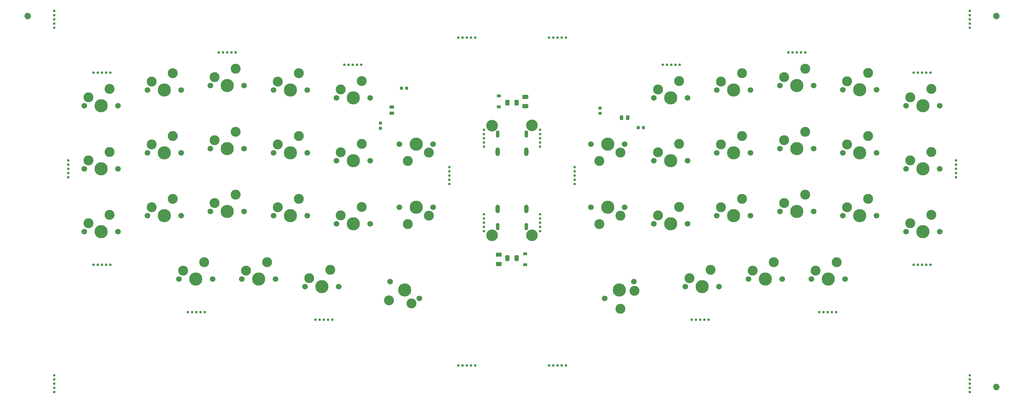
<source format=gts>
G04 #@! TF.GenerationSoftware,KiCad,Pcbnew,(5.1.4)-1*
G04 #@! TF.CreationDate,2021-09-15T18:24:51-07:00*
G04 #@! TF.ProjectId,Panel,50616e65-6c2e-46b6-9963-61645f706362,rev?*
G04 #@! TF.SameCoordinates,Original*
G04 #@! TF.FileFunction,Soldermask,Top*
G04 #@! TF.FilePolarity,Negative*
%FSLAX46Y46*%
G04 Gerber Fmt 4.6, Leading zero omitted, Abs format (unit mm)*
G04 Created by KiCad (PCBNEW (5.1.4)-1) date 2021-09-15 18:24:51*
%MOMM*%
%LPD*%
G04 APERTURE LIST*
%ADD10C,1.000000*%
%ADD11C,0.787400*%
%ADD12O,1.300000X2.600000*%
%ADD13O,1.100000X2.200000*%
%ADD14C,0.100000*%
%ADD15C,1.250000*%
%ADD16C,3.500000*%
%ADD17R,1.200000X0.900000*%
%ADD18C,1.701800*%
%ADD19C,3.987800*%
%ADD20C,3.000000*%
%ADD21C,0.875000*%
%ADD22C,0.975000*%
G04 APERTURE END LIST*
D10*
X4121772Y-45195578D02*
G75*
G03X4121772Y-45195578I-500000J0D01*
G01*
X296121772Y-45195578D02*
G75*
G03X296121772Y-45195578I-500000J0D01*
G01*
X296121772Y-157195578D02*
G75*
G03X296121772Y-157195578I-500000J0D01*
G01*
D11*
X160758265Y-51674229D03*
X162028265Y-51674229D03*
X165838265Y-51674229D03*
X164568265Y-51674229D03*
X163298265Y-51674229D03*
X133410886Y-51676789D03*
X134680886Y-51676789D03*
X138490886Y-51676789D03*
X137220886Y-51676789D03*
X135950886Y-51676789D03*
X138490265Y-150722229D03*
X137220265Y-150722229D03*
X133410265Y-150722229D03*
X134680265Y-150722229D03*
X135950265Y-150722229D03*
X165840265Y-150722229D03*
X164570265Y-150722229D03*
X160760265Y-150722229D03*
X162030265Y-150722229D03*
X163300265Y-150722229D03*
X287621772Y-43655578D03*
X287621772Y-44925578D03*
X287621772Y-48735578D03*
X287621772Y-47465578D03*
X287621772Y-46195578D03*
X287621772Y-153655578D03*
X287621772Y-154925578D03*
X287621772Y-158735578D03*
X287621772Y-157465578D03*
X287621772Y-156195578D03*
X11621772Y-158735578D03*
X11621772Y-157465578D03*
X11621772Y-153655578D03*
X11621772Y-154925578D03*
X11621772Y-156195578D03*
X11621772Y-48735578D03*
X11621772Y-47465578D03*
X11621772Y-43655578D03*
X11621772Y-44925578D03*
X11621772Y-46195578D03*
X158101886Y-110120789D03*
X158101886Y-108850789D03*
X158101886Y-105040789D03*
X158101886Y-106310789D03*
X158101886Y-107580789D03*
X141149886Y-105040789D03*
X141149886Y-106310789D03*
X141149886Y-110120789D03*
X141149886Y-108850789D03*
X141149886Y-107580789D03*
X158096886Y-84600789D03*
X158096886Y-83330789D03*
X158096886Y-79520789D03*
X158096886Y-80790789D03*
X158096886Y-82060789D03*
X141144886Y-79520789D03*
X141144886Y-80790789D03*
X141144886Y-84600789D03*
X141144886Y-83330789D03*
X141144886Y-82060789D03*
X168485772Y-90849578D03*
X168485772Y-92119578D03*
X168485772Y-95929578D03*
X168485772Y-94659578D03*
X168485772Y-93389578D03*
X130760265Y-95932229D03*
X130760265Y-94662229D03*
X130760265Y-90852229D03*
X130760265Y-92122229D03*
X130760265Y-93392229D03*
X283437773Y-93835577D03*
X283437773Y-92565577D03*
X283437773Y-88755577D03*
X283437773Y-90025577D03*
X283437773Y-91295577D03*
X15808265Y-88758229D03*
X15808265Y-90028229D03*
X15808265Y-93838229D03*
X15808265Y-92568229D03*
X15808265Y-91298229D03*
X200201772Y-59917578D03*
X198931772Y-59917578D03*
X195121772Y-59917578D03*
X196391772Y-59917578D03*
X197661772Y-59917578D03*
X238001772Y-56216577D03*
X236731772Y-56216577D03*
X232921772Y-56216577D03*
X234191772Y-56216577D03*
X235461772Y-56216577D03*
X275801773Y-62319577D03*
X274531773Y-62319577D03*
X270721773Y-62319577D03*
X271991773Y-62319577D03*
X273261773Y-62319577D03*
X203821772Y-136869577D03*
X205091772Y-136869577D03*
X208901772Y-136869577D03*
X207631772Y-136869577D03*
X206361772Y-136869577D03*
X242221772Y-134619577D03*
X243491772Y-134619577D03*
X247301772Y-134619577D03*
X246031772Y-134619577D03*
X244761772Y-134619577D03*
X270721772Y-120271578D03*
X271991772Y-120271578D03*
X275801772Y-120271578D03*
X274531772Y-120271578D03*
X273261772Y-120271578D03*
X90344266Y-136872228D03*
X91614266Y-136872228D03*
X95424266Y-136872228D03*
X94154266Y-136872228D03*
X92884266Y-136872228D03*
X51944265Y-134622229D03*
X53214265Y-134622229D03*
X57024265Y-134622229D03*
X55754265Y-134622229D03*
X54484265Y-134622229D03*
X23444265Y-120274229D03*
X24714265Y-120274229D03*
X28524265Y-120274229D03*
X27254265Y-120274229D03*
X25984265Y-120274229D03*
X104124265Y-59920229D03*
X102854265Y-59920229D03*
X99044265Y-59920229D03*
X100314265Y-59920229D03*
X101584265Y-59920229D03*
X66324265Y-56219230D03*
X65054265Y-56219230D03*
X61244265Y-56219230D03*
X62514265Y-56219230D03*
X63784265Y-56219230D03*
X28524265Y-62322229D03*
X27254265Y-62322229D03*
X23444265Y-62322229D03*
X24714265Y-62322229D03*
X25984265Y-62322229D03*
D12*
X153945886Y-103445789D03*
X145305886Y-103445789D03*
D13*
X153945886Y-108805789D03*
X145305886Y-108805789D03*
D14*
G36*
X148625390Y-117421993D02*
G01*
X148649659Y-117425593D01*
X148673457Y-117431554D01*
X148696557Y-117439819D01*
X148718735Y-117450309D01*
X148739779Y-117462922D01*
X148759484Y-117477536D01*
X148777663Y-117494012D01*
X148794139Y-117512191D01*
X148808753Y-117531896D01*
X148821366Y-117552940D01*
X148831856Y-117575118D01*
X148840121Y-117598218D01*
X148846082Y-117622016D01*
X148849682Y-117646285D01*
X148850886Y-117670789D01*
X148850886Y-118920789D01*
X148849682Y-118945293D01*
X148846082Y-118969562D01*
X148840121Y-118993360D01*
X148831856Y-119016460D01*
X148821366Y-119038638D01*
X148808753Y-119059682D01*
X148794139Y-119079387D01*
X148777663Y-119097566D01*
X148759484Y-119114042D01*
X148739779Y-119128656D01*
X148718735Y-119141269D01*
X148696557Y-119151759D01*
X148673457Y-119160024D01*
X148649659Y-119165985D01*
X148625390Y-119169585D01*
X148600886Y-119170789D01*
X147850886Y-119170789D01*
X147826382Y-119169585D01*
X147802113Y-119165985D01*
X147778315Y-119160024D01*
X147755215Y-119151759D01*
X147733037Y-119141269D01*
X147711993Y-119128656D01*
X147692288Y-119114042D01*
X147674109Y-119097566D01*
X147657633Y-119079387D01*
X147643019Y-119059682D01*
X147630406Y-119038638D01*
X147619916Y-119016460D01*
X147611651Y-118993360D01*
X147605690Y-118969562D01*
X147602090Y-118945293D01*
X147600886Y-118920789D01*
X147600886Y-117670789D01*
X147602090Y-117646285D01*
X147605690Y-117622016D01*
X147611651Y-117598218D01*
X147619916Y-117575118D01*
X147630406Y-117552940D01*
X147643019Y-117531896D01*
X147657633Y-117512191D01*
X147674109Y-117494012D01*
X147692288Y-117477536D01*
X147711993Y-117462922D01*
X147733037Y-117450309D01*
X147755215Y-117439819D01*
X147778315Y-117431554D01*
X147802113Y-117425593D01*
X147826382Y-117421993D01*
X147850886Y-117420789D01*
X148600886Y-117420789D01*
X148625390Y-117421993D01*
X148625390Y-117421993D01*
G37*
D15*
X148225886Y-118295789D03*
D14*
G36*
X151425390Y-117421993D02*
G01*
X151449659Y-117425593D01*
X151473457Y-117431554D01*
X151496557Y-117439819D01*
X151518735Y-117450309D01*
X151539779Y-117462922D01*
X151559484Y-117477536D01*
X151577663Y-117494012D01*
X151594139Y-117512191D01*
X151608753Y-117531896D01*
X151621366Y-117552940D01*
X151631856Y-117575118D01*
X151640121Y-117598218D01*
X151646082Y-117622016D01*
X151649682Y-117646285D01*
X151650886Y-117670789D01*
X151650886Y-118920789D01*
X151649682Y-118945293D01*
X151646082Y-118969562D01*
X151640121Y-118993360D01*
X151631856Y-119016460D01*
X151621366Y-119038638D01*
X151608753Y-119059682D01*
X151594139Y-119079387D01*
X151577663Y-119097566D01*
X151559484Y-119114042D01*
X151539779Y-119128656D01*
X151518735Y-119141269D01*
X151496557Y-119151759D01*
X151473457Y-119160024D01*
X151449659Y-119165985D01*
X151425390Y-119169585D01*
X151400886Y-119170789D01*
X150650886Y-119170789D01*
X150626382Y-119169585D01*
X150602113Y-119165985D01*
X150578315Y-119160024D01*
X150555215Y-119151759D01*
X150533037Y-119141269D01*
X150511993Y-119128656D01*
X150492288Y-119114042D01*
X150474109Y-119097566D01*
X150457633Y-119079387D01*
X150443019Y-119059682D01*
X150430406Y-119038638D01*
X150419916Y-119016460D01*
X150411651Y-118993360D01*
X150405690Y-118969562D01*
X150402090Y-118945293D01*
X150400886Y-118920789D01*
X150400886Y-117670789D01*
X150402090Y-117646285D01*
X150405690Y-117622016D01*
X150411651Y-117598218D01*
X150419916Y-117575118D01*
X150430406Y-117552940D01*
X150443019Y-117531896D01*
X150457633Y-117512191D01*
X150474109Y-117494012D01*
X150492288Y-117477536D01*
X150511993Y-117462922D01*
X150533037Y-117450309D01*
X150555215Y-117439819D01*
X150578315Y-117431554D01*
X150602113Y-117425593D01*
X150626382Y-117421993D01*
X150650886Y-117420789D01*
X151400886Y-117420789D01*
X151425390Y-117421993D01*
X151425390Y-117421993D01*
G37*
D15*
X151025886Y-118295789D03*
D14*
G36*
X146275390Y-116621993D02*
G01*
X146299659Y-116625593D01*
X146323457Y-116631554D01*
X146346557Y-116639819D01*
X146368735Y-116650309D01*
X146389779Y-116662922D01*
X146409484Y-116677536D01*
X146427663Y-116694012D01*
X146444139Y-116712191D01*
X146458753Y-116731896D01*
X146471366Y-116752940D01*
X146481856Y-116775118D01*
X146490121Y-116798218D01*
X146496082Y-116822016D01*
X146499682Y-116846285D01*
X146500886Y-116870789D01*
X146500886Y-117620789D01*
X146499682Y-117645293D01*
X146496082Y-117669562D01*
X146490121Y-117693360D01*
X146481856Y-117716460D01*
X146471366Y-117738638D01*
X146458753Y-117759682D01*
X146444139Y-117779387D01*
X146427663Y-117797566D01*
X146409484Y-117814042D01*
X146389779Y-117828656D01*
X146368735Y-117841269D01*
X146346557Y-117851759D01*
X146323457Y-117860024D01*
X146299659Y-117865985D01*
X146275390Y-117869585D01*
X146250886Y-117870789D01*
X145000886Y-117870789D01*
X144976382Y-117869585D01*
X144952113Y-117865985D01*
X144928315Y-117860024D01*
X144905215Y-117851759D01*
X144883037Y-117841269D01*
X144861993Y-117828656D01*
X144842288Y-117814042D01*
X144824109Y-117797566D01*
X144807633Y-117779387D01*
X144793019Y-117759682D01*
X144780406Y-117738638D01*
X144769916Y-117716460D01*
X144761651Y-117693360D01*
X144755690Y-117669562D01*
X144752090Y-117645293D01*
X144750886Y-117620789D01*
X144750886Y-116870789D01*
X144752090Y-116846285D01*
X144755690Y-116822016D01*
X144761651Y-116798218D01*
X144769916Y-116775118D01*
X144780406Y-116752940D01*
X144793019Y-116731896D01*
X144807633Y-116712191D01*
X144824109Y-116694012D01*
X144842288Y-116677536D01*
X144861993Y-116662922D01*
X144883037Y-116650309D01*
X144905215Y-116639819D01*
X144928315Y-116631554D01*
X144952113Y-116625593D01*
X144976382Y-116621993D01*
X145000886Y-116620789D01*
X146250886Y-116620789D01*
X146275390Y-116621993D01*
X146275390Y-116621993D01*
G37*
D15*
X145625886Y-117245789D03*
D14*
G36*
X146275390Y-119421993D02*
G01*
X146299659Y-119425593D01*
X146323457Y-119431554D01*
X146346557Y-119439819D01*
X146368735Y-119450309D01*
X146389779Y-119462922D01*
X146409484Y-119477536D01*
X146427663Y-119494012D01*
X146444139Y-119512191D01*
X146458753Y-119531896D01*
X146471366Y-119552940D01*
X146481856Y-119575118D01*
X146490121Y-119598218D01*
X146496082Y-119622016D01*
X146499682Y-119646285D01*
X146500886Y-119670789D01*
X146500886Y-120420789D01*
X146499682Y-120445293D01*
X146496082Y-120469562D01*
X146490121Y-120493360D01*
X146481856Y-120516460D01*
X146471366Y-120538638D01*
X146458753Y-120559682D01*
X146444139Y-120579387D01*
X146427663Y-120597566D01*
X146409484Y-120614042D01*
X146389779Y-120628656D01*
X146368735Y-120641269D01*
X146346557Y-120651759D01*
X146323457Y-120660024D01*
X146299659Y-120665985D01*
X146275390Y-120669585D01*
X146250886Y-120670789D01*
X145000886Y-120670789D01*
X144976382Y-120669585D01*
X144952113Y-120665985D01*
X144928315Y-120660024D01*
X144905215Y-120651759D01*
X144883037Y-120641269D01*
X144861993Y-120628656D01*
X144842288Y-120614042D01*
X144824109Y-120597566D01*
X144807633Y-120579387D01*
X144793019Y-120559682D01*
X144780406Y-120538638D01*
X144769916Y-120516460D01*
X144761651Y-120493360D01*
X144755690Y-120469562D01*
X144752090Y-120445293D01*
X144750886Y-120420789D01*
X144750886Y-119670789D01*
X144752090Y-119646285D01*
X144755690Y-119622016D01*
X144761651Y-119598218D01*
X144769916Y-119575118D01*
X144780406Y-119552940D01*
X144793019Y-119531896D01*
X144807633Y-119512191D01*
X144824109Y-119494012D01*
X144842288Y-119477536D01*
X144861993Y-119462922D01*
X144883037Y-119450309D01*
X144905215Y-119439819D01*
X144928315Y-119431554D01*
X144952113Y-119425593D01*
X144976382Y-119421993D01*
X145000886Y-119420789D01*
X146250886Y-119420789D01*
X146275390Y-119421993D01*
X146275390Y-119421993D01*
G37*
D15*
X145625886Y-120045789D03*
D16*
X143625886Y-111395789D03*
X155625886Y-111380789D03*
D17*
X153625886Y-116995789D03*
X153625886Y-120295789D03*
D14*
G36*
X154270390Y-71771993D02*
G01*
X154294659Y-71775593D01*
X154318457Y-71781554D01*
X154341557Y-71789819D01*
X154363735Y-71800309D01*
X154384779Y-71812922D01*
X154404484Y-71827536D01*
X154422663Y-71844012D01*
X154439139Y-71862191D01*
X154453753Y-71881896D01*
X154466366Y-71902940D01*
X154476856Y-71925118D01*
X154485121Y-71948218D01*
X154491082Y-71972016D01*
X154494682Y-71996285D01*
X154495886Y-72020789D01*
X154495886Y-72770789D01*
X154494682Y-72795293D01*
X154491082Y-72819562D01*
X154485121Y-72843360D01*
X154476856Y-72866460D01*
X154466366Y-72888638D01*
X154453753Y-72909682D01*
X154439139Y-72929387D01*
X154422663Y-72947566D01*
X154404484Y-72964042D01*
X154384779Y-72978656D01*
X154363735Y-72991269D01*
X154341557Y-73001759D01*
X154318457Y-73010024D01*
X154294659Y-73015985D01*
X154270390Y-73019585D01*
X154245886Y-73020789D01*
X152995886Y-73020789D01*
X152971382Y-73019585D01*
X152947113Y-73015985D01*
X152923315Y-73010024D01*
X152900215Y-73001759D01*
X152878037Y-72991269D01*
X152856993Y-72978656D01*
X152837288Y-72964042D01*
X152819109Y-72947566D01*
X152802633Y-72929387D01*
X152788019Y-72909682D01*
X152775406Y-72888638D01*
X152764916Y-72866460D01*
X152756651Y-72843360D01*
X152750690Y-72819562D01*
X152747090Y-72795293D01*
X152745886Y-72770789D01*
X152745886Y-72020789D01*
X152747090Y-71996285D01*
X152750690Y-71972016D01*
X152756651Y-71948218D01*
X152764916Y-71925118D01*
X152775406Y-71902940D01*
X152788019Y-71881896D01*
X152802633Y-71862191D01*
X152819109Y-71844012D01*
X152837288Y-71827536D01*
X152856993Y-71812922D01*
X152878037Y-71800309D01*
X152900215Y-71789819D01*
X152923315Y-71781554D01*
X152947113Y-71775593D01*
X152971382Y-71771993D01*
X152995886Y-71770789D01*
X154245886Y-71770789D01*
X154270390Y-71771993D01*
X154270390Y-71771993D01*
G37*
D15*
X153620886Y-72395789D03*
D14*
G36*
X154270390Y-68971993D02*
G01*
X154294659Y-68975593D01*
X154318457Y-68981554D01*
X154341557Y-68989819D01*
X154363735Y-69000309D01*
X154384779Y-69012922D01*
X154404484Y-69027536D01*
X154422663Y-69044012D01*
X154439139Y-69062191D01*
X154453753Y-69081896D01*
X154466366Y-69102940D01*
X154476856Y-69125118D01*
X154485121Y-69148218D01*
X154491082Y-69172016D01*
X154494682Y-69196285D01*
X154495886Y-69220789D01*
X154495886Y-69970789D01*
X154494682Y-69995293D01*
X154491082Y-70019562D01*
X154485121Y-70043360D01*
X154476856Y-70066460D01*
X154466366Y-70088638D01*
X154453753Y-70109682D01*
X154439139Y-70129387D01*
X154422663Y-70147566D01*
X154404484Y-70164042D01*
X154384779Y-70178656D01*
X154363735Y-70191269D01*
X154341557Y-70201759D01*
X154318457Y-70210024D01*
X154294659Y-70215985D01*
X154270390Y-70219585D01*
X154245886Y-70220789D01*
X152995886Y-70220789D01*
X152971382Y-70219585D01*
X152947113Y-70215985D01*
X152923315Y-70210024D01*
X152900215Y-70201759D01*
X152878037Y-70191269D01*
X152856993Y-70178656D01*
X152837288Y-70164042D01*
X152819109Y-70147566D01*
X152802633Y-70129387D01*
X152788019Y-70109682D01*
X152775406Y-70088638D01*
X152764916Y-70066460D01*
X152756651Y-70043360D01*
X152750690Y-70019562D01*
X152747090Y-69995293D01*
X152745886Y-69970789D01*
X152745886Y-69220789D01*
X152747090Y-69196285D01*
X152750690Y-69172016D01*
X152756651Y-69148218D01*
X152764916Y-69125118D01*
X152775406Y-69102940D01*
X152788019Y-69081896D01*
X152802633Y-69062191D01*
X152819109Y-69044012D01*
X152837288Y-69027536D01*
X152856993Y-69012922D01*
X152878037Y-69000309D01*
X152900215Y-68989819D01*
X152923315Y-68981554D01*
X152947113Y-68975593D01*
X152971382Y-68971993D01*
X152995886Y-68970789D01*
X154245886Y-68970789D01*
X154270390Y-68971993D01*
X154270390Y-68971993D01*
G37*
D15*
X153620886Y-69595789D03*
D12*
X145300886Y-86195789D03*
X153940886Y-86195789D03*
D13*
X145300886Y-80835789D03*
X153940886Y-80835789D03*
D14*
G36*
X151420390Y-70471993D02*
G01*
X151444659Y-70475593D01*
X151468457Y-70481554D01*
X151491557Y-70489819D01*
X151513735Y-70500309D01*
X151534779Y-70512922D01*
X151554484Y-70527536D01*
X151572663Y-70544012D01*
X151589139Y-70562191D01*
X151603753Y-70581896D01*
X151616366Y-70602940D01*
X151626856Y-70625118D01*
X151635121Y-70648218D01*
X151641082Y-70672016D01*
X151644682Y-70696285D01*
X151645886Y-70720789D01*
X151645886Y-71970789D01*
X151644682Y-71995293D01*
X151641082Y-72019562D01*
X151635121Y-72043360D01*
X151626856Y-72066460D01*
X151616366Y-72088638D01*
X151603753Y-72109682D01*
X151589139Y-72129387D01*
X151572663Y-72147566D01*
X151554484Y-72164042D01*
X151534779Y-72178656D01*
X151513735Y-72191269D01*
X151491557Y-72201759D01*
X151468457Y-72210024D01*
X151444659Y-72215985D01*
X151420390Y-72219585D01*
X151395886Y-72220789D01*
X150645886Y-72220789D01*
X150621382Y-72219585D01*
X150597113Y-72215985D01*
X150573315Y-72210024D01*
X150550215Y-72201759D01*
X150528037Y-72191269D01*
X150506993Y-72178656D01*
X150487288Y-72164042D01*
X150469109Y-72147566D01*
X150452633Y-72129387D01*
X150438019Y-72109682D01*
X150425406Y-72088638D01*
X150414916Y-72066460D01*
X150406651Y-72043360D01*
X150400690Y-72019562D01*
X150397090Y-71995293D01*
X150395886Y-71970789D01*
X150395886Y-70720789D01*
X150397090Y-70696285D01*
X150400690Y-70672016D01*
X150406651Y-70648218D01*
X150414916Y-70625118D01*
X150425406Y-70602940D01*
X150438019Y-70581896D01*
X150452633Y-70562191D01*
X150469109Y-70544012D01*
X150487288Y-70527536D01*
X150506993Y-70512922D01*
X150528037Y-70500309D01*
X150550215Y-70489819D01*
X150573315Y-70481554D01*
X150597113Y-70475593D01*
X150621382Y-70471993D01*
X150645886Y-70470789D01*
X151395886Y-70470789D01*
X151420390Y-70471993D01*
X151420390Y-70471993D01*
G37*
D15*
X151020886Y-71345789D03*
D14*
G36*
X148620390Y-70471993D02*
G01*
X148644659Y-70475593D01*
X148668457Y-70481554D01*
X148691557Y-70489819D01*
X148713735Y-70500309D01*
X148734779Y-70512922D01*
X148754484Y-70527536D01*
X148772663Y-70544012D01*
X148789139Y-70562191D01*
X148803753Y-70581896D01*
X148816366Y-70602940D01*
X148826856Y-70625118D01*
X148835121Y-70648218D01*
X148841082Y-70672016D01*
X148844682Y-70696285D01*
X148845886Y-70720789D01*
X148845886Y-71970789D01*
X148844682Y-71995293D01*
X148841082Y-72019562D01*
X148835121Y-72043360D01*
X148826856Y-72066460D01*
X148816366Y-72088638D01*
X148803753Y-72109682D01*
X148789139Y-72129387D01*
X148772663Y-72147566D01*
X148754484Y-72164042D01*
X148734779Y-72178656D01*
X148713735Y-72191269D01*
X148691557Y-72201759D01*
X148668457Y-72210024D01*
X148644659Y-72215985D01*
X148620390Y-72219585D01*
X148595886Y-72220789D01*
X147845886Y-72220789D01*
X147821382Y-72219585D01*
X147797113Y-72215985D01*
X147773315Y-72210024D01*
X147750215Y-72201759D01*
X147728037Y-72191269D01*
X147706993Y-72178656D01*
X147687288Y-72164042D01*
X147669109Y-72147566D01*
X147652633Y-72129387D01*
X147638019Y-72109682D01*
X147625406Y-72088638D01*
X147614916Y-72066460D01*
X147606651Y-72043360D01*
X147600690Y-72019562D01*
X147597090Y-71995293D01*
X147595886Y-71970789D01*
X147595886Y-70720789D01*
X147597090Y-70696285D01*
X147600690Y-70672016D01*
X147606651Y-70648218D01*
X147614916Y-70625118D01*
X147625406Y-70602940D01*
X147638019Y-70581896D01*
X147652633Y-70562191D01*
X147669109Y-70544012D01*
X147687288Y-70527536D01*
X147706993Y-70512922D01*
X147728037Y-70500309D01*
X147750215Y-70489819D01*
X147773315Y-70481554D01*
X147797113Y-70475593D01*
X147821382Y-70471993D01*
X147845886Y-70470789D01*
X148595886Y-70470789D01*
X148620390Y-70471993D01*
X148620390Y-70471993D01*
G37*
D15*
X148220886Y-71345789D03*
D17*
X145620886Y-72645789D03*
X145620886Y-69345789D03*
D16*
X143620886Y-78260789D03*
X155620886Y-78245789D03*
D18*
X20704265Y-91298229D03*
X30864265Y-91298229D03*
D19*
X25784265Y-91298229D03*
D20*
X21974265Y-88758229D03*
X28324265Y-86218229D03*
D14*
G36*
X110261956Y-78647282D02*
G01*
X110283191Y-78650432D01*
X110304015Y-78655648D01*
X110324227Y-78662880D01*
X110343633Y-78672059D01*
X110362046Y-78683095D01*
X110379289Y-78695883D01*
X110395195Y-78710299D01*
X110409611Y-78726205D01*
X110422399Y-78743448D01*
X110433435Y-78761861D01*
X110442614Y-78781267D01*
X110449846Y-78801479D01*
X110455062Y-78822303D01*
X110458212Y-78843538D01*
X110459265Y-78864979D01*
X110459265Y-79302479D01*
X110458212Y-79323920D01*
X110455062Y-79345155D01*
X110449846Y-79365979D01*
X110442614Y-79386191D01*
X110433435Y-79405597D01*
X110422399Y-79424010D01*
X110409611Y-79441253D01*
X110395195Y-79457159D01*
X110379289Y-79471575D01*
X110362046Y-79484363D01*
X110343633Y-79495399D01*
X110324227Y-79504578D01*
X110304015Y-79511810D01*
X110283191Y-79517026D01*
X110261956Y-79520176D01*
X110240515Y-79521229D01*
X109728015Y-79521229D01*
X109706574Y-79520176D01*
X109685339Y-79517026D01*
X109664515Y-79511810D01*
X109644303Y-79504578D01*
X109624897Y-79495399D01*
X109606484Y-79484363D01*
X109589241Y-79471575D01*
X109573335Y-79457159D01*
X109558919Y-79441253D01*
X109546131Y-79424010D01*
X109535095Y-79405597D01*
X109525916Y-79386191D01*
X109518684Y-79365979D01*
X109513468Y-79345155D01*
X109510318Y-79323920D01*
X109509265Y-79302479D01*
X109509265Y-78864979D01*
X109510318Y-78843538D01*
X109513468Y-78822303D01*
X109518684Y-78801479D01*
X109525916Y-78781267D01*
X109535095Y-78761861D01*
X109546131Y-78743448D01*
X109558919Y-78726205D01*
X109573335Y-78710299D01*
X109589241Y-78695883D01*
X109606484Y-78683095D01*
X109624897Y-78672059D01*
X109644303Y-78662880D01*
X109664515Y-78655648D01*
X109685339Y-78650432D01*
X109706574Y-78647282D01*
X109728015Y-78646229D01*
X110240515Y-78646229D01*
X110261956Y-78647282D01*
X110261956Y-78647282D01*
G37*
D21*
X109984265Y-79083729D03*
D14*
G36*
X110261956Y-77072282D02*
G01*
X110283191Y-77075432D01*
X110304015Y-77080648D01*
X110324227Y-77087880D01*
X110343633Y-77097059D01*
X110362046Y-77108095D01*
X110379289Y-77120883D01*
X110395195Y-77135299D01*
X110409611Y-77151205D01*
X110422399Y-77168448D01*
X110433435Y-77186861D01*
X110442614Y-77206267D01*
X110449846Y-77226479D01*
X110455062Y-77247303D01*
X110458212Y-77268538D01*
X110459265Y-77289979D01*
X110459265Y-77727479D01*
X110458212Y-77748920D01*
X110455062Y-77770155D01*
X110449846Y-77790979D01*
X110442614Y-77811191D01*
X110433435Y-77830597D01*
X110422399Y-77849010D01*
X110409611Y-77866253D01*
X110395195Y-77882159D01*
X110379289Y-77896575D01*
X110362046Y-77909363D01*
X110343633Y-77920399D01*
X110324227Y-77929578D01*
X110304015Y-77936810D01*
X110283191Y-77942026D01*
X110261956Y-77945176D01*
X110240515Y-77946229D01*
X109728015Y-77946229D01*
X109706574Y-77945176D01*
X109685339Y-77942026D01*
X109664515Y-77936810D01*
X109644303Y-77929578D01*
X109624897Y-77920399D01*
X109606484Y-77909363D01*
X109589241Y-77896575D01*
X109573335Y-77882159D01*
X109558919Y-77866253D01*
X109546131Y-77849010D01*
X109535095Y-77830597D01*
X109525916Y-77811191D01*
X109518684Y-77790979D01*
X109513468Y-77770155D01*
X109510318Y-77748920D01*
X109509265Y-77727479D01*
X109509265Y-77289979D01*
X109510318Y-77268538D01*
X109513468Y-77247303D01*
X109518684Y-77226479D01*
X109525916Y-77206267D01*
X109535095Y-77186861D01*
X109546131Y-77168448D01*
X109558919Y-77151205D01*
X109573335Y-77135299D01*
X109589241Y-77120883D01*
X109606484Y-77108095D01*
X109624897Y-77097059D01*
X109644303Y-77087880D01*
X109664515Y-77080648D01*
X109685339Y-77075432D01*
X109706574Y-77072282D01*
X109728015Y-77071229D01*
X110240515Y-77071229D01*
X110261956Y-77072282D01*
X110261956Y-77072282D01*
G37*
D21*
X109984265Y-77508729D03*
D18*
X96704265Y-107896229D03*
X106864265Y-107896229D03*
D19*
X101784265Y-107896229D03*
D20*
X97974265Y-105356229D03*
X104324265Y-102816229D03*
D18*
X49204265Y-124646229D03*
X59364265Y-124646229D03*
D19*
X54284265Y-124646229D03*
D20*
X50474265Y-122106229D03*
X56824265Y-119566229D03*
D18*
X68204265Y-124646229D03*
X78364265Y-124646229D03*
D19*
X73284265Y-124646229D03*
D20*
X69474265Y-122106229D03*
X75824265Y-119566229D03*
D18*
X87204264Y-126896229D03*
X97364264Y-126896229D03*
D19*
X92284264Y-126896229D03*
D20*
X88474264Y-124356229D03*
X94824264Y-121816229D03*
D18*
X58704265Y-104195229D03*
X68864265Y-104195229D03*
D19*
X63784265Y-104195229D03*
D20*
X59974265Y-101655229D03*
X66324265Y-99115229D03*
D18*
X121682672Y-130416229D03*
X112883854Y-125336229D03*
D19*
X117283263Y-127876229D03*
D20*
X119312820Y-131980934D03*
X112543558Y-131005638D03*
D14*
G36*
X116536956Y-66522282D02*
G01*
X116558191Y-66525432D01*
X116579015Y-66530648D01*
X116599227Y-66537880D01*
X116618633Y-66547059D01*
X116637046Y-66558095D01*
X116654289Y-66570883D01*
X116670195Y-66585299D01*
X116684611Y-66601205D01*
X116697399Y-66618448D01*
X116708435Y-66636861D01*
X116717614Y-66656267D01*
X116724846Y-66676479D01*
X116730062Y-66697303D01*
X116733212Y-66718538D01*
X116734265Y-66739979D01*
X116734265Y-67252479D01*
X116733212Y-67273920D01*
X116730062Y-67295155D01*
X116724846Y-67315979D01*
X116717614Y-67336191D01*
X116708435Y-67355597D01*
X116697399Y-67374010D01*
X116684611Y-67391253D01*
X116670195Y-67407159D01*
X116654289Y-67421575D01*
X116637046Y-67434363D01*
X116618633Y-67445399D01*
X116599227Y-67454578D01*
X116579015Y-67461810D01*
X116558191Y-67467026D01*
X116536956Y-67470176D01*
X116515515Y-67471229D01*
X116078015Y-67471229D01*
X116056574Y-67470176D01*
X116035339Y-67467026D01*
X116014515Y-67461810D01*
X115994303Y-67454578D01*
X115974897Y-67445399D01*
X115956484Y-67434363D01*
X115939241Y-67421575D01*
X115923335Y-67407159D01*
X115908919Y-67391253D01*
X115896131Y-67374010D01*
X115885095Y-67355597D01*
X115875916Y-67336191D01*
X115868684Y-67315979D01*
X115863468Y-67295155D01*
X115860318Y-67273920D01*
X115859265Y-67252479D01*
X115859265Y-66739979D01*
X115860318Y-66718538D01*
X115863468Y-66697303D01*
X115868684Y-66676479D01*
X115875916Y-66656267D01*
X115885095Y-66636861D01*
X115896131Y-66618448D01*
X115908919Y-66601205D01*
X115923335Y-66585299D01*
X115939241Y-66570883D01*
X115956484Y-66558095D01*
X115974897Y-66547059D01*
X115994303Y-66537880D01*
X116014515Y-66530648D01*
X116035339Y-66525432D01*
X116056574Y-66522282D01*
X116078015Y-66521229D01*
X116515515Y-66521229D01*
X116536956Y-66522282D01*
X116536956Y-66522282D01*
G37*
D21*
X116296765Y-66996229D03*
D14*
G36*
X118111956Y-66522282D02*
G01*
X118133191Y-66525432D01*
X118154015Y-66530648D01*
X118174227Y-66537880D01*
X118193633Y-66547059D01*
X118212046Y-66558095D01*
X118229289Y-66570883D01*
X118245195Y-66585299D01*
X118259611Y-66601205D01*
X118272399Y-66618448D01*
X118283435Y-66636861D01*
X118292614Y-66656267D01*
X118299846Y-66676479D01*
X118305062Y-66697303D01*
X118308212Y-66718538D01*
X118309265Y-66739979D01*
X118309265Y-67252479D01*
X118308212Y-67273920D01*
X118305062Y-67295155D01*
X118299846Y-67315979D01*
X118292614Y-67336191D01*
X118283435Y-67355597D01*
X118272399Y-67374010D01*
X118259611Y-67391253D01*
X118245195Y-67407159D01*
X118229289Y-67421575D01*
X118212046Y-67434363D01*
X118193633Y-67445399D01*
X118174227Y-67454578D01*
X118154015Y-67461810D01*
X118133191Y-67467026D01*
X118111956Y-67470176D01*
X118090515Y-67471229D01*
X117653015Y-67471229D01*
X117631574Y-67470176D01*
X117610339Y-67467026D01*
X117589515Y-67461810D01*
X117569303Y-67454578D01*
X117549897Y-67445399D01*
X117531484Y-67434363D01*
X117514241Y-67421575D01*
X117498335Y-67407159D01*
X117483919Y-67391253D01*
X117471131Y-67374010D01*
X117460095Y-67355597D01*
X117450916Y-67336191D01*
X117443684Y-67315979D01*
X117438468Y-67295155D01*
X117435318Y-67273920D01*
X117434265Y-67252479D01*
X117434265Y-66739979D01*
X117435318Y-66718538D01*
X117438468Y-66697303D01*
X117443684Y-66676479D01*
X117450916Y-66656267D01*
X117460095Y-66636861D01*
X117471131Y-66618448D01*
X117483919Y-66601205D01*
X117498335Y-66585299D01*
X117514241Y-66570883D01*
X117531484Y-66558095D01*
X117549897Y-66547059D01*
X117569303Y-66537880D01*
X117589515Y-66530648D01*
X117610339Y-66525432D01*
X117631574Y-66522282D01*
X117653015Y-66521229D01*
X118090515Y-66521229D01*
X118111956Y-66522282D01*
X118111956Y-66522282D01*
G37*
D21*
X117871765Y-66996229D03*
D18*
X58704265Y-85195229D03*
X68864265Y-85195229D03*
D19*
X63784265Y-85195229D03*
D20*
X59974265Y-82655229D03*
X66324265Y-80115229D03*
D18*
X125864265Y-102896229D03*
X115704265Y-102896229D03*
D19*
X120784265Y-102896229D03*
D20*
X124594265Y-105436229D03*
X118244265Y-107976229D03*
D18*
X20704265Y-72298229D03*
X30864265Y-72298229D03*
D19*
X25784265Y-72298229D03*
D20*
X21974265Y-69758229D03*
X28324265Y-67218229D03*
D18*
X39704265Y-67498230D03*
X49864265Y-67498230D03*
D19*
X44784265Y-67498230D03*
D20*
X40974265Y-64958230D03*
X47324265Y-62418230D03*
D18*
X77704265Y-86499229D03*
X87864265Y-86499229D03*
D19*
X82784265Y-86499229D03*
D20*
X78974265Y-83959229D03*
X85324265Y-81419229D03*
D18*
X20704265Y-110298229D03*
X30864265Y-110298229D03*
D19*
X25784265Y-110298229D03*
D20*
X21974265Y-107758229D03*
X28324265Y-105218229D03*
D18*
X77704265Y-105499229D03*
X87864265Y-105499229D03*
D19*
X82784265Y-105499229D03*
D20*
X78974265Y-102959229D03*
X85324265Y-100419229D03*
D18*
X39704265Y-86498229D03*
X49864265Y-86498229D03*
D19*
X44784265Y-86498229D03*
D20*
X40974265Y-83958229D03*
X47324265Y-81418229D03*
D18*
X125864265Y-83896229D03*
X115704265Y-83896229D03*
D19*
X120784265Y-83896229D03*
D20*
X124594265Y-86436229D03*
X118244265Y-88976229D03*
D18*
X77704265Y-67499229D03*
X87864265Y-67499229D03*
D19*
X82784265Y-67499229D03*
D20*
X78974265Y-64959229D03*
X85324265Y-62419229D03*
D18*
X58704265Y-66195228D03*
X68864265Y-66195228D03*
D19*
X63784265Y-66195228D03*
D20*
X59974265Y-63655228D03*
X66324265Y-61115228D03*
D18*
X39704265Y-105498229D03*
X49864265Y-105498229D03*
D19*
X44784265Y-105498229D03*
D20*
X40974265Y-102958229D03*
X47324265Y-100418229D03*
D18*
X96704265Y-69896230D03*
X106864265Y-69896230D03*
D19*
X101784265Y-69896230D03*
D20*
X97974265Y-67356230D03*
X104324265Y-64816230D03*
D18*
X96704265Y-88896229D03*
X106864265Y-88896229D03*
D19*
X101784265Y-88896229D03*
D20*
X97974265Y-86356229D03*
X104324265Y-83816229D03*
D14*
G36*
X113864406Y-74047403D02*
G01*
X113888067Y-74050913D01*
X113911271Y-74056725D01*
X113933793Y-74064783D01*
X113955417Y-74075011D01*
X113975934Y-74087308D01*
X113995147Y-74101558D01*
X114012871Y-74117622D01*
X114028935Y-74135346D01*
X114043185Y-74154559D01*
X114055482Y-74175076D01*
X114065710Y-74196700D01*
X114073768Y-74219222D01*
X114079580Y-74242426D01*
X114083090Y-74266087D01*
X114084264Y-74289979D01*
X114084264Y-74777479D01*
X114083090Y-74801371D01*
X114079580Y-74825032D01*
X114073768Y-74848236D01*
X114065710Y-74870758D01*
X114055482Y-74892382D01*
X114043185Y-74912899D01*
X114028935Y-74932112D01*
X114012871Y-74949836D01*
X113995147Y-74965900D01*
X113975934Y-74980150D01*
X113955417Y-74992447D01*
X113933793Y-75002675D01*
X113911271Y-75010733D01*
X113888067Y-75016545D01*
X113864406Y-75020055D01*
X113840514Y-75021229D01*
X112928014Y-75021229D01*
X112904122Y-75020055D01*
X112880461Y-75016545D01*
X112857257Y-75010733D01*
X112834735Y-75002675D01*
X112813111Y-74992447D01*
X112792594Y-74980150D01*
X112773381Y-74965900D01*
X112755657Y-74949836D01*
X112739593Y-74932112D01*
X112725343Y-74912899D01*
X112713046Y-74892382D01*
X112702818Y-74870758D01*
X112694760Y-74848236D01*
X112688948Y-74825032D01*
X112685438Y-74801371D01*
X112684264Y-74777479D01*
X112684264Y-74289979D01*
X112685438Y-74266087D01*
X112688948Y-74242426D01*
X112694760Y-74219222D01*
X112702818Y-74196700D01*
X112713046Y-74175076D01*
X112725343Y-74154559D01*
X112739593Y-74135346D01*
X112755657Y-74117622D01*
X112773381Y-74101558D01*
X112792594Y-74087308D01*
X112813111Y-74075011D01*
X112834735Y-74064783D01*
X112857257Y-74056725D01*
X112880461Y-74050913D01*
X112904122Y-74047403D01*
X112928014Y-74046229D01*
X113840514Y-74046229D01*
X113864406Y-74047403D01*
X113864406Y-74047403D01*
G37*
D22*
X113384264Y-74533729D03*
D14*
G36*
X113864406Y-72172403D02*
G01*
X113888067Y-72175913D01*
X113911271Y-72181725D01*
X113933793Y-72189783D01*
X113955417Y-72200011D01*
X113975934Y-72212308D01*
X113995147Y-72226558D01*
X114012871Y-72242622D01*
X114028935Y-72260346D01*
X114043185Y-72279559D01*
X114055482Y-72300076D01*
X114065710Y-72321700D01*
X114073768Y-72344222D01*
X114079580Y-72367426D01*
X114083090Y-72391087D01*
X114084264Y-72414979D01*
X114084264Y-72902479D01*
X114083090Y-72926371D01*
X114079580Y-72950032D01*
X114073768Y-72973236D01*
X114065710Y-72995758D01*
X114055482Y-73017382D01*
X114043185Y-73037899D01*
X114028935Y-73057112D01*
X114012871Y-73074836D01*
X113995147Y-73090900D01*
X113975934Y-73105150D01*
X113955417Y-73117447D01*
X113933793Y-73127675D01*
X113911271Y-73135733D01*
X113888067Y-73141545D01*
X113864406Y-73145055D01*
X113840514Y-73146229D01*
X112928014Y-73146229D01*
X112904122Y-73145055D01*
X112880461Y-73141545D01*
X112857257Y-73135733D01*
X112834735Y-73127675D01*
X112813111Y-73117447D01*
X112792594Y-73105150D01*
X112773381Y-73090900D01*
X112755657Y-73074836D01*
X112739593Y-73057112D01*
X112725343Y-73037899D01*
X112713046Y-73017382D01*
X112702818Y-72995758D01*
X112694760Y-72973236D01*
X112688948Y-72950032D01*
X112685438Y-72926371D01*
X112684264Y-72902479D01*
X112684264Y-72414979D01*
X112685438Y-72391087D01*
X112688948Y-72367426D01*
X112694760Y-72344222D01*
X112702818Y-72321700D01*
X112713046Y-72300076D01*
X112725343Y-72279559D01*
X112739593Y-72260346D01*
X112755657Y-72242622D01*
X112773381Y-72226558D01*
X112792594Y-72212308D01*
X112813111Y-72200011D01*
X112834735Y-72189783D01*
X112857257Y-72181725D01*
X112880461Y-72175913D01*
X112904122Y-72172403D01*
X112928014Y-72171229D01*
X113840514Y-72171229D01*
X113864406Y-72172403D01*
X113864406Y-72172403D01*
G37*
D22*
X113384264Y-72658729D03*
D20*
X238001773Y-80112578D03*
X231651773Y-82652578D03*
D19*
X235461773Y-85192578D03*
D18*
X240541773Y-85192578D03*
X230381773Y-85192578D03*
D20*
X200001772Y-64813578D03*
X193651772Y-67353578D03*
D19*
X197461772Y-69893578D03*
D18*
X202541772Y-69893578D03*
X192381772Y-69893578D03*
D20*
X219001772Y-62416577D03*
X212651772Y-64956577D03*
D19*
X216461772Y-67496577D03*
D18*
X221541772Y-67496577D03*
X211381772Y-67496577D03*
D20*
X182303068Y-133542986D03*
X186532330Y-128168282D03*
D19*
X181962773Y-127873577D03*
D18*
X177563364Y-130413577D03*
X186362182Y-125333577D03*
D20*
X276001772Y-67215578D03*
X269651772Y-69755578D03*
D19*
X273461772Y-72295578D03*
D18*
X278541772Y-72295578D03*
X268381772Y-72295578D03*
D20*
X257001772Y-62415578D03*
X250651772Y-64955578D03*
D19*
X254461772Y-67495578D03*
D18*
X259541772Y-67495578D03*
X249381772Y-67495578D03*
D20*
X200001772Y-102813577D03*
X193651772Y-105353577D03*
D19*
X197461772Y-107893577D03*
D18*
X202541772Y-107893577D03*
X192381772Y-107893577D03*
D20*
X219001772Y-100416577D03*
X212651772Y-102956577D03*
D19*
X216461772Y-105496577D03*
D18*
X221541772Y-105496577D03*
X211381772Y-105496577D03*
D20*
X257001772Y-81415578D03*
X250651772Y-83955578D03*
D19*
X254461772Y-86495578D03*
D18*
X259541772Y-86495578D03*
X249381772Y-86495578D03*
D20*
X219001772Y-81416578D03*
X212651772Y-83956578D03*
D19*
X216461772Y-86496578D03*
D18*
X221541772Y-86496578D03*
X211381772Y-86496578D03*
D20*
X238001772Y-61112577D03*
X231651772Y-63652577D03*
D19*
X235461772Y-66192577D03*
D18*
X240541772Y-66192577D03*
X230381772Y-66192577D03*
D20*
X200001772Y-83813578D03*
X193651772Y-86353578D03*
D19*
X197461772Y-88893578D03*
D18*
X202541772Y-88893578D03*
X192381772Y-88893578D03*
D20*
X175921772Y-107973577D03*
X182271772Y-105433577D03*
D19*
X178461772Y-102893577D03*
D18*
X173381772Y-102893577D03*
X183541772Y-102893577D03*
D20*
X175921773Y-88973578D03*
X182271773Y-86433578D03*
D19*
X178461773Y-83893578D03*
D18*
X173381773Y-83893578D03*
X183541773Y-83893578D03*
D20*
X247501772Y-119563578D03*
X241151772Y-122103578D03*
D19*
X244961772Y-124643578D03*
D18*
X250041772Y-124643578D03*
X239881772Y-124643578D03*
D20*
X228501772Y-119563578D03*
X222151772Y-122103578D03*
D19*
X225961772Y-124643578D03*
D18*
X231041772Y-124643578D03*
X220881772Y-124643578D03*
D20*
X209501772Y-121813577D03*
X203151772Y-124353577D03*
D19*
X206961772Y-126893577D03*
D18*
X212041772Y-126893577D03*
X201881772Y-126893577D03*
D20*
X257001772Y-100415577D03*
X250651772Y-102955577D03*
D19*
X254461772Y-105495577D03*
D18*
X259541772Y-105495577D03*
X249381772Y-105495577D03*
D20*
X238001772Y-99112577D03*
X231651772Y-101652577D03*
D19*
X235461772Y-104192577D03*
D18*
X240541772Y-104192577D03*
X230381772Y-104192577D03*
D20*
X276001772Y-86215578D03*
X269651772Y-88755578D03*
D19*
X273461772Y-91295578D03*
D18*
X278541772Y-91295578D03*
X268381772Y-91295578D03*
D20*
X276001772Y-105215577D03*
X269651772Y-107755577D03*
D19*
X273461772Y-110295577D03*
D18*
X278541772Y-110295577D03*
X268381772Y-110295577D03*
D14*
G36*
X189489463Y-78417631D02*
G01*
X189510698Y-78420781D01*
X189531522Y-78425997D01*
X189551734Y-78433229D01*
X189571140Y-78442408D01*
X189589553Y-78453444D01*
X189606796Y-78466232D01*
X189622702Y-78480648D01*
X189637118Y-78496554D01*
X189649906Y-78513797D01*
X189660942Y-78532210D01*
X189670121Y-78551616D01*
X189677353Y-78571828D01*
X189682569Y-78592652D01*
X189685719Y-78613887D01*
X189686772Y-78635328D01*
X189686772Y-79147828D01*
X189685719Y-79169269D01*
X189682569Y-79190504D01*
X189677353Y-79211328D01*
X189670121Y-79231540D01*
X189660942Y-79250946D01*
X189649906Y-79269359D01*
X189637118Y-79286602D01*
X189622702Y-79302508D01*
X189606796Y-79316924D01*
X189589553Y-79329712D01*
X189571140Y-79340748D01*
X189551734Y-79349927D01*
X189531522Y-79357159D01*
X189510698Y-79362375D01*
X189489463Y-79365525D01*
X189468022Y-79366578D01*
X189030522Y-79366578D01*
X189009081Y-79365525D01*
X188987846Y-79362375D01*
X188967022Y-79357159D01*
X188946810Y-79349927D01*
X188927404Y-79340748D01*
X188908991Y-79329712D01*
X188891748Y-79316924D01*
X188875842Y-79302508D01*
X188861426Y-79286602D01*
X188848638Y-79269359D01*
X188837602Y-79250946D01*
X188828423Y-79231540D01*
X188821191Y-79211328D01*
X188815975Y-79190504D01*
X188812825Y-79169269D01*
X188811772Y-79147828D01*
X188811772Y-78635328D01*
X188812825Y-78613887D01*
X188815975Y-78592652D01*
X188821191Y-78571828D01*
X188828423Y-78551616D01*
X188837602Y-78532210D01*
X188848638Y-78513797D01*
X188861426Y-78496554D01*
X188875842Y-78480648D01*
X188891748Y-78466232D01*
X188908991Y-78453444D01*
X188927404Y-78442408D01*
X188946810Y-78433229D01*
X188967022Y-78425997D01*
X188987846Y-78420781D01*
X189009081Y-78417631D01*
X189030522Y-78416578D01*
X189468022Y-78416578D01*
X189489463Y-78417631D01*
X189489463Y-78417631D01*
G37*
D21*
X189249272Y-78891578D03*
D14*
G36*
X187914463Y-78417631D02*
G01*
X187935698Y-78420781D01*
X187956522Y-78425997D01*
X187976734Y-78433229D01*
X187996140Y-78442408D01*
X188014553Y-78453444D01*
X188031796Y-78466232D01*
X188047702Y-78480648D01*
X188062118Y-78496554D01*
X188074906Y-78513797D01*
X188085942Y-78532210D01*
X188095121Y-78551616D01*
X188102353Y-78571828D01*
X188107569Y-78592652D01*
X188110719Y-78613887D01*
X188111772Y-78635328D01*
X188111772Y-79147828D01*
X188110719Y-79169269D01*
X188107569Y-79190504D01*
X188102353Y-79211328D01*
X188095121Y-79231540D01*
X188085942Y-79250946D01*
X188074906Y-79269359D01*
X188062118Y-79286602D01*
X188047702Y-79302508D01*
X188031796Y-79316924D01*
X188014553Y-79329712D01*
X187996140Y-79340748D01*
X187976734Y-79349927D01*
X187956522Y-79357159D01*
X187935698Y-79362375D01*
X187914463Y-79365525D01*
X187893022Y-79366578D01*
X187455522Y-79366578D01*
X187434081Y-79365525D01*
X187412846Y-79362375D01*
X187392022Y-79357159D01*
X187371810Y-79349927D01*
X187352404Y-79340748D01*
X187333991Y-79329712D01*
X187316748Y-79316924D01*
X187300842Y-79302508D01*
X187286426Y-79286602D01*
X187273638Y-79269359D01*
X187262602Y-79250946D01*
X187253423Y-79231540D01*
X187246191Y-79211328D01*
X187240975Y-79190504D01*
X187237825Y-79169269D01*
X187236772Y-79147828D01*
X187236772Y-78635328D01*
X187237825Y-78613887D01*
X187240975Y-78592652D01*
X187246191Y-78571828D01*
X187253423Y-78551616D01*
X187262602Y-78532210D01*
X187273638Y-78513797D01*
X187286426Y-78496554D01*
X187300842Y-78480648D01*
X187316748Y-78466232D01*
X187333991Y-78453444D01*
X187352404Y-78442408D01*
X187371810Y-78433229D01*
X187392022Y-78425997D01*
X187412846Y-78420781D01*
X187434081Y-78417631D01*
X187455522Y-78416578D01*
X187893022Y-78416578D01*
X187914463Y-78417631D01*
X187914463Y-78417631D01*
G37*
D21*
X187674272Y-78891578D03*
D14*
G36*
X176439464Y-72569631D02*
G01*
X176460699Y-72572781D01*
X176481523Y-72577997D01*
X176501735Y-72585229D01*
X176521141Y-72594408D01*
X176539554Y-72605444D01*
X176556797Y-72618232D01*
X176572703Y-72632648D01*
X176587119Y-72648554D01*
X176599907Y-72665797D01*
X176610943Y-72684210D01*
X176620122Y-72703616D01*
X176627354Y-72723828D01*
X176632570Y-72744652D01*
X176635720Y-72765887D01*
X176636773Y-72787328D01*
X176636773Y-73224828D01*
X176635720Y-73246269D01*
X176632570Y-73267504D01*
X176627354Y-73288328D01*
X176620122Y-73308540D01*
X176610943Y-73327946D01*
X176599907Y-73346359D01*
X176587119Y-73363602D01*
X176572703Y-73379508D01*
X176556797Y-73393924D01*
X176539554Y-73406712D01*
X176521141Y-73417748D01*
X176501735Y-73426927D01*
X176481523Y-73434159D01*
X176460699Y-73439375D01*
X176439464Y-73442525D01*
X176418023Y-73443578D01*
X175905523Y-73443578D01*
X175884082Y-73442525D01*
X175862847Y-73439375D01*
X175842023Y-73434159D01*
X175821811Y-73426927D01*
X175802405Y-73417748D01*
X175783992Y-73406712D01*
X175766749Y-73393924D01*
X175750843Y-73379508D01*
X175736427Y-73363602D01*
X175723639Y-73346359D01*
X175712603Y-73327946D01*
X175703424Y-73308540D01*
X175696192Y-73288328D01*
X175690976Y-73267504D01*
X175687826Y-73246269D01*
X175686773Y-73224828D01*
X175686773Y-72787328D01*
X175687826Y-72765887D01*
X175690976Y-72744652D01*
X175696192Y-72723828D01*
X175703424Y-72703616D01*
X175712603Y-72684210D01*
X175723639Y-72665797D01*
X175736427Y-72648554D01*
X175750843Y-72632648D01*
X175766749Y-72618232D01*
X175783992Y-72605444D01*
X175802405Y-72594408D01*
X175821811Y-72585229D01*
X175842023Y-72577997D01*
X175862847Y-72572781D01*
X175884082Y-72569631D01*
X175905523Y-72568578D01*
X176418023Y-72568578D01*
X176439464Y-72569631D01*
X176439464Y-72569631D01*
G37*
D21*
X176161773Y-73006078D03*
D14*
G36*
X176439464Y-74144631D02*
G01*
X176460699Y-74147781D01*
X176481523Y-74152997D01*
X176501735Y-74160229D01*
X176521141Y-74169408D01*
X176539554Y-74180444D01*
X176556797Y-74193232D01*
X176572703Y-74207648D01*
X176587119Y-74223554D01*
X176599907Y-74240797D01*
X176610943Y-74259210D01*
X176620122Y-74278616D01*
X176627354Y-74298828D01*
X176632570Y-74319652D01*
X176635720Y-74340887D01*
X176636773Y-74362328D01*
X176636773Y-74799828D01*
X176635720Y-74821269D01*
X176632570Y-74842504D01*
X176627354Y-74863328D01*
X176620122Y-74883540D01*
X176610943Y-74902946D01*
X176599907Y-74921359D01*
X176587119Y-74938602D01*
X176572703Y-74954508D01*
X176556797Y-74968924D01*
X176539554Y-74981712D01*
X176521141Y-74992748D01*
X176501735Y-75001927D01*
X176481523Y-75009159D01*
X176460699Y-75014375D01*
X176439464Y-75017525D01*
X176418023Y-75018578D01*
X175905523Y-75018578D01*
X175884082Y-75017525D01*
X175862847Y-75014375D01*
X175842023Y-75009159D01*
X175821811Y-75001927D01*
X175802405Y-74992748D01*
X175783992Y-74981712D01*
X175766749Y-74968924D01*
X175750843Y-74954508D01*
X175736427Y-74938602D01*
X175723639Y-74921359D01*
X175712603Y-74902946D01*
X175703424Y-74883540D01*
X175696192Y-74863328D01*
X175690976Y-74842504D01*
X175687826Y-74821269D01*
X175686773Y-74799828D01*
X175686773Y-74362328D01*
X175687826Y-74340887D01*
X175690976Y-74319652D01*
X175696192Y-74298828D01*
X175703424Y-74278616D01*
X175712603Y-74259210D01*
X175723639Y-74240797D01*
X175736427Y-74223554D01*
X175750843Y-74207648D01*
X175766749Y-74193232D01*
X175783992Y-74180444D01*
X175802405Y-74169408D01*
X175821811Y-74160229D01*
X175842023Y-74152997D01*
X175862847Y-74147781D01*
X175884082Y-74144631D01*
X175905523Y-74143578D01*
X176418023Y-74143578D01*
X176439464Y-74144631D01*
X176439464Y-74144631D01*
G37*
D21*
X176161773Y-74581078D03*
D14*
G36*
X184766914Y-75194752D02*
G01*
X184790575Y-75198262D01*
X184813779Y-75204074D01*
X184836301Y-75212132D01*
X184857925Y-75222360D01*
X184878442Y-75234657D01*
X184897655Y-75248907D01*
X184915379Y-75264971D01*
X184931443Y-75282695D01*
X184945693Y-75301908D01*
X184957990Y-75322425D01*
X184968218Y-75344049D01*
X184976276Y-75366571D01*
X184982088Y-75389775D01*
X184985598Y-75413436D01*
X184986772Y-75437328D01*
X184986772Y-76349828D01*
X184985598Y-76373720D01*
X184982088Y-76397381D01*
X184976276Y-76420585D01*
X184968218Y-76443107D01*
X184957990Y-76464731D01*
X184945693Y-76485248D01*
X184931443Y-76504461D01*
X184915379Y-76522185D01*
X184897655Y-76538249D01*
X184878442Y-76552499D01*
X184857925Y-76564796D01*
X184836301Y-76575024D01*
X184813779Y-76583082D01*
X184790575Y-76588894D01*
X184766914Y-76592404D01*
X184743022Y-76593578D01*
X184255522Y-76593578D01*
X184231630Y-76592404D01*
X184207969Y-76588894D01*
X184184765Y-76583082D01*
X184162243Y-76575024D01*
X184140619Y-76564796D01*
X184120102Y-76552499D01*
X184100889Y-76538249D01*
X184083165Y-76522185D01*
X184067101Y-76504461D01*
X184052851Y-76485248D01*
X184040554Y-76464731D01*
X184030326Y-76443107D01*
X184022268Y-76420585D01*
X184016456Y-76397381D01*
X184012946Y-76373720D01*
X184011772Y-76349828D01*
X184011772Y-75437328D01*
X184012946Y-75413436D01*
X184016456Y-75389775D01*
X184022268Y-75366571D01*
X184030326Y-75344049D01*
X184040554Y-75322425D01*
X184052851Y-75301908D01*
X184067101Y-75282695D01*
X184083165Y-75264971D01*
X184100889Y-75248907D01*
X184120102Y-75234657D01*
X184140619Y-75222360D01*
X184162243Y-75212132D01*
X184184765Y-75204074D01*
X184207969Y-75198262D01*
X184231630Y-75194752D01*
X184255522Y-75193578D01*
X184743022Y-75193578D01*
X184766914Y-75194752D01*
X184766914Y-75194752D01*
G37*
D22*
X184499272Y-75893578D03*
D14*
G36*
X182891914Y-75194752D02*
G01*
X182915575Y-75198262D01*
X182938779Y-75204074D01*
X182961301Y-75212132D01*
X182982925Y-75222360D01*
X183003442Y-75234657D01*
X183022655Y-75248907D01*
X183040379Y-75264971D01*
X183056443Y-75282695D01*
X183070693Y-75301908D01*
X183082990Y-75322425D01*
X183093218Y-75344049D01*
X183101276Y-75366571D01*
X183107088Y-75389775D01*
X183110598Y-75413436D01*
X183111772Y-75437328D01*
X183111772Y-76349828D01*
X183110598Y-76373720D01*
X183107088Y-76397381D01*
X183101276Y-76420585D01*
X183093218Y-76443107D01*
X183082990Y-76464731D01*
X183070693Y-76485248D01*
X183056443Y-76504461D01*
X183040379Y-76522185D01*
X183022655Y-76538249D01*
X183003442Y-76552499D01*
X182982925Y-76564796D01*
X182961301Y-76575024D01*
X182938779Y-76583082D01*
X182915575Y-76588894D01*
X182891914Y-76592404D01*
X182868022Y-76593578D01*
X182380522Y-76593578D01*
X182356630Y-76592404D01*
X182332969Y-76588894D01*
X182309765Y-76583082D01*
X182287243Y-76575024D01*
X182265619Y-76564796D01*
X182245102Y-76552499D01*
X182225889Y-76538249D01*
X182208165Y-76522185D01*
X182192101Y-76504461D01*
X182177851Y-76485248D01*
X182165554Y-76464731D01*
X182155326Y-76443107D01*
X182147268Y-76420585D01*
X182141456Y-76397381D01*
X182137946Y-76373720D01*
X182136772Y-76349828D01*
X182136772Y-75437328D01*
X182137946Y-75413436D01*
X182141456Y-75389775D01*
X182147268Y-75366571D01*
X182155326Y-75344049D01*
X182165554Y-75322425D01*
X182177851Y-75301908D01*
X182192101Y-75282695D01*
X182208165Y-75264971D01*
X182225889Y-75248907D01*
X182245102Y-75234657D01*
X182265619Y-75222360D01*
X182287243Y-75212132D01*
X182309765Y-75204074D01*
X182332969Y-75198262D01*
X182356630Y-75194752D01*
X182380522Y-75193578D01*
X182868022Y-75193578D01*
X182891914Y-75194752D01*
X182891914Y-75194752D01*
G37*
D22*
X182624272Y-75893578D03*
M02*

</source>
